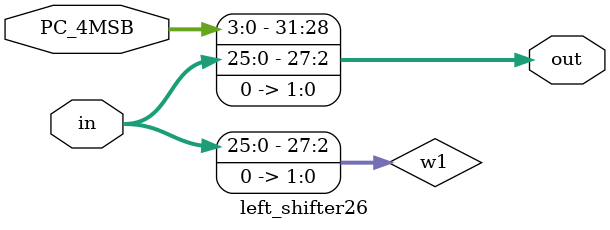
<source format=v>
`timescale 1ns / 1ps
module left_shifter26(in, PC_4MSB, out);
input [25:0] in;
output [31:0] out;
input [3:0] PC_4MSB;

wire [27:0] w1;

assign w1 = in<<2;
assign out = {PC_4MSB,w1};

/*always@(in,PC_4MSB,out) begin
	w1 = in<<2;
	out = {PC_4MSB,w1};
end*/
endmodule

</source>
